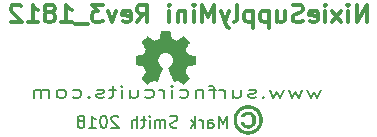
<source format=gbo>
G04 #@! TF.GenerationSoftware,KiCad,Pcbnew,5.1.6-c6e7f7d~87~ubuntu20.04.1*
G04 #@! TF.CreationDate,2021-06-05T20:06:15-07:00*
G04 #@! TF.ProjectId,NixieSupply5vto170vDCMBoostMini,4e697869-6553-4757-9070-6c793576746f,rev?*
G04 #@! TF.SameCoordinates,Original*
G04 #@! TF.FileFunction,Legend,Bot*
G04 #@! TF.FilePolarity,Positive*
%FSLAX46Y46*%
G04 Gerber Fmt 4.6, Leading zero omitted, Abs format (unit mm)*
G04 Created by KiCad (PCBNEW 5.1.6-c6e7f7d~87~ubuntu20.04.1) date 2021-06-05 20:06:15*
%MOMM*%
%LPD*%
G01*
G04 APERTURE LIST*
%ADD10C,0.200000*%
%ADD11C,0.300000*%
%ADD12C,0.002540*%
%ADD13C,0.010000*%
G04 APERTURE END LIST*
D10*
X158622214Y-108465880D02*
X158622214Y-107465880D01*
X158288880Y-108180166D01*
X157955547Y-107465880D01*
X157955547Y-108465880D01*
X157050785Y-108465880D02*
X157050785Y-107942071D01*
X157098404Y-107846833D01*
X157193642Y-107799214D01*
X157384119Y-107799214D01*
X157479357Y-107846833D01*
X157050785Y-108418261D02*
X157146023Y-108465880D01*
X157384119Y-108465880D01*
X157479357Y-108418261D01*
X157526976Y-108323023D01*
X157526976Y-108227785D01*
X157479357Y-108132547D01*
X157384119Y-108084928D01*
X157146023Y-108084928D01*
X157050785Y-108037309D01*
X156574595Y-108465880D02*
X156574595Y-107799214D01*
X156574595Y-107989690D02*
X156526976Y-107894452D01*
X156479357Y-107846833D01*
X156384119Y-107799214D01*
X156288880Y-107799214D01*
X155955547Y-108465880D02*
X155955547Y-107465880D01*
X155860309Y-108084928D02*
X155574595Y-108465880D01*
X155574595Y-107799214D02*
X155955547Y-108180166D01*
X154431738Y-108418261D02*
X154288880Y-108465880D01*
X154050785Y-108465880D01*
X153955547Y-108418261D01*
X153907928Y-108370642D01*
X153860309Y-108275404D01*
X153860309Y-108180166D01*
X153907928Y-108084928D01*
X153955547Y-108037309D01*
X154050785Y-107989690D01*
X154241261Y-107942071D01*
X154336500Y-107894452D01*
X154384119Y-107846833D01*
X154431738Y-107751595D01*
X154431738Y-107656357D01*
X154384119Y-107561119D01*
X154336500Y-107513500D01*
X154241261Y-107465880D01*
X154003166Y-107465880D01*
X153860309Y-107513500D01*
X153431738Y-108465880D02*
X153431738Y-107799214D01*
X153431738Y-107894452D02*
X153384119Y-107846833D01*
X153288880Y-107799214D01*
X153146023Y-107799214D01*
X153050785Y-107846833D01*
X153003166Y-107942071D01*
X153003166Y-108465880D01*
X153003166Y-107942071D02*
X152955547Y-107846833D01*
X152860309Y-107799214D01*
X152717452Y-107799214D01*
X152622214Y-107846833D01*
X152574595Y-107942071D01*
X152574595Y-108465880D01*
X152098404Y-108465880D02*
X152098404Y-107799214D01*
X152098404Y-107465880D02*
X152146023Y-107513500D01*
X152098404Y-107561119D01*
X152050785Y-107513500D01*
X152098404Y-107465880D01*
X152098404Y-107561119D01*
X151765071Y-107799214D02*
X151384119Y-107799214D01*
X151622214Y-107465880D02*
X151622214Y-108323023D01*
X151574595Y-108418261D01*
X151479357Y-108465880D01*
X151384119Y-108465880D01*
X151050785Y-108465880D02*
X151050785Y-107465880D01*
X150622214Y-108465880D02*
X150622214Y-107942071D01*
X150669833Y-107846833D01*
X150765071Y-107799214D01*
X150907928Y-107799214D01*
X151003166Y-107846833D01*
X151050785Y-107894452D01*
X149431738Y-107561119D02*
X149384119Y-107513500D01*
X149288880Y-107465880D01*
X149050785Y-107465880D01*
X148955547Y-107513500D01*
X148907928Y-107561119D01*
X148860309Y-107656357D01*
X148860309Y-107751595D01*
X148907928Y-107894452D01*
X149479357Y-108465880D01*
X148860309Y-108465880D01*
X148241261Y-107465880D02*
X148146023Y-107465880D01*
X148050785Y-107513500D01*
X148003166Y-107561119D01*
X147955547Y-107656357D01*
X147907928Y-107846833D01*
X147907928Y-108084928D01*
X147955547Y-108275404D01*
X148003166Y-108370642D01*
X148050785Y-108418261D01*
X148146023Y-108465880D01*
X148241261Y-108465880D01*
X148336500Y-108418261D01*
X148384119Y-108370642D01*
X148431738Y-108275404D01*
X148479357Y-108084928D01*
X148479357Y-107846833D01*
X148431738Y-107656357D01*
X148384119Y-107561119D01*
X148336500Y-107513500D01*
X148241261Y-107465880D01*
X146955547Y-108465880D02*
X147526976Y-108465880D01*
X147241261Y-108465880D02*
X147241261Y-107465880D01*
X147336500Y-107608738D01*
X147431738Y-107703976D01*
X147526976Y-107751595D01*
X146384119Y-107894452D02*
X146479357Y-107846833D01*
X146526976Y-107799214D01*
X146574595Y-107703976D01*
X146574595Y-107656357D01*
X146526976Y-107561119D01*
X146479357Y-107513500D01*
X146384119Y-107465880D01*
X146193642Y-107465880D01*
X146098404Y-107513500D01*
X146050785Y-107561119D01*
X146003166Y-107656357D01*
X146003166Y-107703976D01*
X146050785Y-107799214D01*
X146098404Y-107846833D01*
X146193642Y-107894452D01*
X146384119Y-107894452D01*
X146479357Y-107942071D01*
X146526976Y-107989690D01*
X146574595Y-108084928D01*
X146574595Y-108275404D01*
X146526976Y-108370642D01*
X146479357Y-108418261D01*
X146384119Y-108465880D01*
X146193642Y-108465880D01*
X146098404Y-108418261D01*
X146050785Y-108370642D01*
X146003166Y-108275404D01*
X146003166Y-108084928D01*
X146050785Y-107989690D01*
X146098404Y-107942071D01*
X146193642Y-107894452D01*
X166582785Y-105259214D02*
X166297071Y-105925880D01*
X166011357Y-105449690D01*
X165725642Y-105925880D01*
X165439928Y-105259214D01*
X165011357Y-105259214D02*
X164725642Y-105925880D01*
X164439928Y-105449690D01*
X164154214Y-105925880D01*
X163868500Y-105259214D01*
X163439928Y-105259214D02*
X163154214Y-105925880D01*
X162868500Y-105449690D01*
X162582785Y-105925880D01*
X162297071Y-105259214D01*
X161725642Y-105830642D02*
X161654214Y-105878261D01*
X161725642Y-105925880D01*
X161797071Y-105878261D01*
X161725642Y-105830642D01*
X161725642Y-105925880D01*
X161082785Y-105878261D02*
X160939928Y-105925880D01*
X160654214Y-105925880D01*
X160511357Y-105878261D01*
X160439928Y-105783023D01*
X160439928Y-105735404D01*
X160511357Y-105640166D01*
X160654214Y-105592547D01*
X160868500Y-105592547D01*
X161011357Y-105544928D01*
X161082785Y-105449690D01*
X161082785Y-105402071D01*
X161011357Y-105306833D01*
X160868500Y-105259214D01*
X160654214Y-105259214D01*
X160511357Y-105306833D01*
X159154214Y-105259214D02*
X159154214Y-105925880D01*
X159797071Y-105259214D02*
X159797071Y-105783023D01*
X159725642Y-105878261D01*
X159582785Y-105925880D01*
X159368500Y-105925880D01*
X159225642Y-105878261D01*
X159154214Y-105830642D01*
X158439928Y-105925880D02*
X158439928Y-105259214D01*
X158439928Y-105449690D02*
X158368500Y-105354452D01*
X158297071Y-105306833D01*
X158154214Y-105259214D01*
X158011357Y-105259214D01*
X157725642Y-105259214D02*
X157154214Y-105259214D01*
X157511357Y-105925880D02*
X157511357Y-105068738D01*
X157439928Y-104973500D01*
X157297071Y-104925880D01*
X157154214Y-104925880D01*
X156654214Y-105259214D02*
X156654214Y-105925880D01*
X156654214Y-105354452D02*
X156582785Y-105306833D01*
X156439928Y-105259214D01*
X156225642Y-105259214D01*
X156082785Y-105306833D01*
X156011357Y-105402071D01*
X156011357Y-105925880D01*
X154654214Y-105878261D02*
X154797071Y-105925880D01*
X155082785Y-105925880D01*
X155225642Y-105878261D01*
X155297071Y-105830642D01*
X155368500Y-105735404D01*
X155368500Y-105449690D01*
X155297071Y-105354452D01*
X155225642Y-105306833D01*
X155082785Y-105259214D01*
X154797071Y-105259214D01*
X154654214Y-105306833D01*
X154011357Y-105925880D02*
X154011357Y-105259214D01*
X154011357Y-104925880D02*
X154082785Y-104973500D01*
X154011357Y-105021119D01*
X153939928Y-104973500D01*
X154011357Y-104925880D01*
X154011357Y-105021119D01*
X153297071Y-105925880D02*
X153297071Y-105259214D01*
X153297071Y-105449690D02*
X153225642Y-105354452D01*
X153154214Y-105306833D01*
X153011357Y-105259214D01*
X152868500Y-105259214D01*
X151725642Y-105878261D02*
X151868500Y-105925880D01*
X152154214Y-105925880D01*
X152297071Y-105878261D01*
X152368500Y-105830642D01*
X152439928Y-105735404D01*
X152439928Y-105449690D01*
X152368500Y-105354452D01*
X152297071Y-105306833D01*
X152154214Y-105259214D01*
X151868500Y-105259214D01*
X151725642Y-105306833D01*
X150439928Y-105259214D02*
X150439928Y-105925880D01*
X151082785Y-105259214D02*
X151082785Y-105783023D01*
X151011357Y-105878261D01*
X150868500Y-105925880D01*
X150654214Y-105925880D01*
X150511357Y-105878261D01*
X150439928Y-105830642D01*
X149725642Y-105925880D02*
X149725642Y-105259214D01*
X149725642Y-104925880D02*
X149797071Y-104973500D01*
X149725642Y-105021119D01*
X149654214Y-104973500D01*
X149725642Y-104925880D01*
X149725642Y-105021119D01*
X149225642Y-105259214D02*
X148654214Y-105259214D01*
X149011357Y-104925880D02*
X149011357Y-105783023D01*
X148939928Y-105878261D01*
X148797071Y-105925880D01*
X148654214Y-105925880D01*
X148225642Y-105878261D02*
X148082785Y-105925880D01*
X147797071Y-105925880D01*
X147654214Y-105878261D01*
X147582785Y-105783023D01*
X147582785Y-105735404D01*
X147654214Y-105640166D01*
X147797071Y-105592547D01*
X148011357Y-105592547D01*
X148154214Y-105544928D01*
X148225642Y-105449690D01*
X148225642Y-105402071D01*
X148154214Y-105306833D01*
X148011357Y-105259214D01*
X147797071Y-105259214D01*
X147654214Y-105306833D01*
X146939928Y-105830642D02*
X146868500Y-105878261D01*
X146939928Y-105925880D01*
X147011357Y-105878261D01*
X146939928Y-105830642D01*
X146939928Y-105925880D01*
X145582785Y-105878261D02*
X145725642Y-105925880D01*
X146011357Y-105925880D01*
X146154214Y-105878261D01*
X146225642Y-105830642D01*
X146297071Y-105735404D01*
X146297071Y-105449690D01*
X146225642Y-105354452D01*
X146154214Y-105306833D01*
X146011357Y-105259214D01*
X145725642Y-105259214D01*
X145582785Y-105306833D01*
X144725642Y-105925880D02*
X144868500Y-105878261D01*
X144939928Y-105830642D01*
X145011357Y-105735404D01*
X145011357Y-105449690D01*
X144939928Y-105354452D01*
X144868500Y-105306833D01*
X144725642Y-105259214D01*
X144511357Y-105259214D01*
X144368500Y-105306833D01*
X144297071Y-105354452D01*
X144225642Y-105449690D01*
X144225642Y-105735404D01*
X144297071Y-105830642D01*
X144368500Y-105878261D01*
X144511357Y-105925880D01*
X144725642Y-105925880D01*
X143582785Y-105925880D02*
X143582785Y-105259214D01*
X143582785Y-105354452D02*
X143511357Y-105306833D01*
X143368500Y-105259214D01*
X143154214Y-105259214D01*
X143011357Y-105306833D01*
X142939928Y-105402071D01*
X142939928Y-105925880D01*
X142939928Y-105402071D02*
X142868500Y-105306833D01*
X142725642Y-105259214D01*
X142511357Y-105259214D01*
X142368500Y-105306833D01*
X142297071Y-105402071D01*
X142297071Y-105925880D01*
D11*
X170483714Y-99548071D02*
X170483714Y-98048071D01*
X169626571Y-99548071D01*
X169626571Y-98048071D01*
X168912285Y-99548071D02*
X168912285Y-98548071D01*
X168912285Y-98048071D02*
X168983714Y-98119500D01*
X168912285Y-98190928D01*
X168840857Y-98119500D01*
X168912285Y-98048071D01*
X168912285Y-98190928D01*
X168340857Y-99548071D02*
X167555142Y-98548071D01*
X168340857Y-98548071D02*
X167555142Y-99548071D01*
X166983714Y-99548071D02*
X166983714Y-98548071D01*
X166983714Y-98048071D02*
X167055142Y-98119500D01*
X166983714Y-98190928D01*
X166912285Y-98119500D01*
X166983714Y-98048071D01*
X166983714Y-98190928D01*
X165698000Y-99476642D02*
X165840857Y-99548071D01*
X166126571Y-99548071D01*
X166269428Y-99476642D01*
X166340857Y-99333785D01*
X166340857Y-98762357D01*
X166269428Y-98619500D01*
X166126571Y-98548071D01*
X165840857Y-98548071D01*
X165698000Y-98619500D01*
X165626571Y-98762357D01*
X165626571Y-98905214D01*
X166340857Y-99048071D01*
X165055142Y-99476642D02*
X164840857Y-99548071D01*
X164483714Y-99548071D01*
X164340857Y-99476642D01*
X164269428Y-99405214D01*
X164198000Y-99262357D01*
X164198000Y-99119500D01*
X164269428Y-98976642D01*
X164340857Y-98905214D01*
X164483714Y-98833785D01*
X164769428Y-98762357D01*
X164912285Y-98690928D01*
X164983714Y-98619500D01*
X165055142Y-98476642D01*
X165055142Y-98333785D01*
X164983714Y-98190928D01*
X164912285Y-98119500D01*
X164769428Y-98048071D01*
X164412285Y-98048071D01*
X164198000Y-98119500D01*
X162912285Y-98548071D02*
X162912285Y-99548071D01*
X163555142Y-98548071D02*
X163555142Y-99333785D01*
X163483714Y-99476642D01*
X163340857Y-99548071D01*
X163126571Y-99548071D01*
X162983714Y-99476642D01*
X162912285Y-99405214D01*
X162198000Y-98548071D02*
X162198000Y-100048071D01*
X162198000Y-98619500D02*
X162055142Y-98548071D01*
X161769428Y-98548071D01*
X161626571Y-98619500D01*
X161555142Y-98690928D01*
X161483714Y-98833785D01*
X161483714Y-99262357D01*
X161555142Y-99405214D01*
X161626571Y-99476642D01*
X161769428Y-99548071D01*
X162055142Y-99548071D01*
X162198000Y-99476642D01*
X160840857Y-98548071D02*
X160840857Y-100048071D01*
X160840857Y-98619500D02*
X160698000Y-98548071D01*
X160412285Y-98548071D01*
X160269428Y-98619500D01*
X160198000Y-98690928D01*
X160126571Y-98833785D01*
X160126571Y-99262357D01*
X160198000Y-99405214D01*
X160269428Y-99476642D01*
X160412285Y-99548071D01*
X160698000Y-99548071D01*
X160840857Y-99476642D01*
X159269428Y-99548071D02*
X159412285Y-99476642D01*
X159483714Y-99333785D01*
X159483714Y-98048071D01*
X158840857Y-98548071D02*
X158483714Y-99548071D01*
X158126571Y-98548071D02*
X158483714Y-99548071D01*
X158626571Y-99905214D01*
X158698000Y-99976642D01*
X158840857Y-100048071D01*
X157555142Y-99548071D02*
X157555142Y-98048071D01*
X157055142Y-99119500D01*
X156555142Y-98048071D01*
X156555142Y-99548071D01*
X155840857Y-99548071D02*
X155840857Y-98548071D01*
X155840857Y-98048071D02*
X155912285Y-98119500D01*
X155840857Y-98190928D01*
X155769428Y-98119500D01*
X155840857Y-98048071D01*
X155840857Y-98190928D01*
X155126571Y-98548071D02*
X155126571Y-99548071D01*
X155126571Y-98690928D02*
X155055142Y-98619500D01*
X154912285Y-98548071D01*
X154698000Y-98548071D01*
X154555142Y-98619500D01*
X154483714Y-98762357D01*
X154483714Y-99548071D01*
X153769428Y-99548071D02*
X153769428Y-98548071D01*
X153769428Y-98048071D02*
X153840857Y-98119500D01*
X153769428Y-98190928D01*
X153698000Y-98119500D01*
X153769428Y-98048071D01*
X153769428Y-98190928D01*
X151055142Y-99548071D02*
X151555142Y-98833785D01*
X151912285Y-99548071D02*
X151912285Y-98048071D01*
X151340857Y-98048071D01*
X151198000Y-98119500D01*
X151126571Y-98190928D01*
X151055142Y-98333785D01*
X151055142Y-98548071D01*
X151126571Y-98690928D01*
X151198000Y-98762357D01*
X151340857Y-98833785D01*
X151912285Y-98833785D01*
X149840857Y-99476642D02*
X149983714Y-99548071D01*
X150269428Y-99548071D01*
X150412285Y-99476642D01*
X150483714Y-99333785D01*
X150483714Y-98762357D01*
X150412285Y-98619500D01*
X150269428Y-98548071D01*
X149983714Y-98548071D01*
X149840857Y-98619500D01*
X149769428Y-98762357D01*
X149769428Y-98905214D01*
X150483714Y-99048071D01*
X149269428Y-98548071D02*
X148912285Y-99548071D01*
X148555142Y-98548071D01*
X148126571Y-98048071D02*
X147198000Y-98048071D01*
X147698000Y-98619500D01*
X147483714Y-98619500D01*
X147340857Y-98690928D01*
X147269428Y-98762357D01*
X147198000Y-98905214D01*
X147198000Y-99262357D01*
X147269428Y-99405214D01*
X147340857Y-99476642D01*
X147483714Y-99548071D01*
X147912285Y-99548071D01*
X148055142Y-99476642D01*
X148126571Y-99405214D01*
X146912285Y-99690928D02*
X145769428Y-99690928D01*
X144626571Y-99548071D02*
X145483714Y-99548071D01*
X145055142Y-99548071D02*
X145055142Y-98048071D01*
X145198000Y-98262357D01*
X145340857Y-98405214D01*
X145483714Y-98476642D01*
X143769428Y-98690928D02*
X143912285Y-98619500D01*
X143983714Y-98548071D01*
X144055142Y-98405214D01*
X144055142Y-98333785D01*
X143983714Y-98190928D01*
X143912285Y-98119500D01*
X143769428Y-98048071D01*
X143483714Y-98048071D01*
X143340857Y-98119500D01*
X143269428Y-98190928D01*
X143198000Y-98333785D01*
X143198000Y-98405214D01*
X143269428Y-98548071D01*
X143340857Y-98619500D01*
X143483714Y-98690928D01*
X143769428Y-98690928D01*
X143912285Y-98762357D01*
X143983714Y-98833785D01*
X144055142Y-98976642D01*
X144055142Y-99262357D01*
X143983714Y-99405214D01*
X143912285Y-99476642D01*
X143769428Y-99548071D01*
X143483714Y-99548071D01*
X143340857Y-99476642D01*
X143269428Y-99405214D01*
X143198000Y-99262357D01*
X143198000Y-98976642D01*
X143269428Y-98833785D01*
X143340857Y-98762357D01*
X143483714Y-98690928D01*
X141769428Y-99548071D02*
X142626571Y-99548071D01*
X142198000Y-99548071D02*
X142198000Y-98048071D01*
X142340857Y-98262357D01*
X142483714Y-98405214D01*
X142626571Y-98476642D01*
X141198000Y-98190928D02*
X141126571Y-98119500D01*
X140983714Y-98048071D01*
X140626571Y-98048071D01*
X140483714Y-98119500D01*
X140412285Y-98190928D01*
X140340857Y-98333785D01*
X140340857Y-98476642D01*
X140412285Y-98690928D01*
X141269428Y-99548071D01*
X140340857Y-99548071D01*
D12*
G04 #@! TO.C,G\u002A\u002A\u002A*
G36*
X154929840Y-104734360D02*
G01*
X154904440Y-104719120D01*
X154846020Y-104683560D01*
X154762200Y-104627680D01*
X154663140Y-104561640D01*
X154564080Y-104495600D01*
X154482800Y-104442260D01*
X154426920Y-104404160D01*
X154401520Y-104391460D01*
X154388820Y-104396540D01*
X154343100Y-104419400D01*
X154274520Y-104454960D01*
X154233880Y-104475280D01*
X154172920Y-104500680D01*
X154139900Y-104508300D01*
X154134820Y-104498140D01*
X154111960Y-104449880D01*
X154076400Y-104368600D01*
X154030680Y-104259380D01*
X153974800Y-104132380D01*
X153918920Y-103997760D01*
X153860500Y-103858060D01*
X153804620Y-103723440D01*
X153756360Y-103604060D01*
X153715720Y-103507540D01*
X153690320Y-103438960D01*
X153680160Y-103411020D01*
X153682700Y-103403400D01*
X153715720Y-103372920D01*
X153769060Y-103332280D01*
X153888440Y-103235760D01*
X154005280Y-103090980D01*
X154076400Y-102925880D01*
X154099260Y-102740460D01*
X154078940Y-102570280D01*
X154012900Y-102407720D01*
X153898600Y-102260400D01*
X153758900Y-102151180D01*
X153596340Y-102082600D01*
X153416000Y-102059740D01*
X153243280Y-102080060D01*
X153075640Y-102146100D01*
X152928320Y-102257860D01*
X152864820Y-102328980D01*
X152778460Y-102478840D01*
X152730200Y-102636320D01*
X152725120Y-102676960D01*
X152732740Y-102852220D01*
X152783540Y-103022400D01*
X152877520Y-103172260D01*
X153007060Y-103296720D01*
X153022300Y-103306880D01*
X153080720Y-103352600D01*
X153121360Y-103383080D01*
X153151840Y-103408480D01*
X152928320Y-103946960D01*
X152892760Y-104030780D01*
X152831800Y-104178100D01*
X152778460Y-104305100D01*
X152735280Y-104406700D01*
X152704800Y-104472740D01*
X152692100Y-104500680D01*
X152692100Y-104503220D01*
X152671780Y-104505760D01*
X152631140Y-104490520D01*
X152554940Y-104454960D01*
X152506680Y-104429560D01*
X152448260Y-104401620D01*
X152422860Y-104391460D01*
X152400000Y-104404160D01*
X152346660Y-104439720D01*
X152265380Y-104493060D01*
X152168860Y-104556560D01*
X152077420Y-104620060D01*
X151993600Y-104675940D01*
X151932640Y-104714040D01*
X151902160Y-104731820D01*
X151897080Y-104731820D01*
X151871680Y-104716580D01*
X151823420Y-104675940D01*
X151749760Y-104607360D01*
X151645620Y-104503220D01*
X151630380Y-104487980D01*
X151544020Y-104401620D01*
X151475440Y-104327960D01*
X151429720Y-104277160D01*
X151411940Y-104254300D01*
X151427180Y-104223820D01*
X151465280Y-104162860D01*
X151521160Y-104076500D01*
X151589740Y-103977440D01*
X151767540Y-103718360D01*
X151671020Y-103474520D01*
X151640540Y-103398320D01*
X151602440Y-103309420D01*
X151574500Y-103243380D01*
X151559260Y-103215440D01*
X151533860Y-103205280D01*
X151465280Y-103190040D01*
X151368760Y-103169720D01*
X151254460Y-103149400D01*
X151142700Y-103129080D01*
X151043640Y-103108760D01*
X150972520Y-103096060D01*
X150939500Y-103088440D01*
X150931880Y-103083360D01*
X150924260Y-103068120D01*
X150921720Y-103035100D01*
X150919180Y-102974140D01*
X150916640Y-102880160D01*
X150916640Y-102740460D01*
X150916640Y-102725220D01*
X150919180Y-102595680D01*
X150921720Y-102489000D01*
X150924260Y-102422960D01*
X150929340Y-102395020D01*
X150959820Y-102387400D01*
X151030940Y-102372160D01*
X151130000Y-102354380D01*
X151249380Y-102331520D01*
X151257000Y-102328980D01*
X151373840Y-102306120D01*
X151472900Y-102285800D01*
X151544020Y-102270560D01*
X151571960Y-102260400D01*
X151579580Y-102252780D01*
X151602440Y-102207060D01*
X151635460Y-102133400D01*
X151676100Y-102044500D01*
X151714200Y-101950520D01*
X151747220Y-101866700D01*
X151770080Y-101805740D01*
X151777700Y-101777800D01*
X151775160Y-101775260D01*
X151757380Y-101747320D01*
X151716740Y-101686360D01*
X151660860Y-101602540D01*
X151592280Y-101500940D01*
X151587200Y-101493320D01*
X151518620Y-101394260D01*
X151462740Y-101307900D01*
X151427180Y-101249480D01*
X151411940Y-101221540D01*
X151411940Y-101219000D01*
X151434800Y-101188520D01*
X151485600Y-101132640D01*
X151559260Y-101056440D01*
X151645620Y-100967540D01*
X151673560Y-100942140D01*
X151772620Y-100845620D01*
X151838660Y-100784660D01*
X151881840Y-100751640D01*
X151902160Y-100744020D01*
X151932640Y-100761800D01*
X151996140Y-100802440D01*
X152079960Y-100860860D01*
X152181560Y-100929440D01*
X152189180Y-100934520D01*
X152288240Y-101003100D01*
X152372060Y-101058980D01*
X152430480Y-101099620D01*
X152458420Y-101114860D01*
X152460960Y-101114860D01*
X152501600Y-101102160D01*
X152572720Y-101076760D01*
X152661620Y-101043740D01*
X152753060Y-101005640D01*
X152836880Y-100970080D01*
X152900380Y-100942140D01*
X152930860Y-100924360D01*
X152941020Y-100888800D01*
X152958800Y-100812600D01*
X152979120Y-100711000D01*
X153004520Y-100589080D01*
X153007060Y-100568760D01*
X153029920Y-100449380D01*
X153047700Y-100350320D01*
X153062940Y-100281740D01*
X153070560Y-100253800D01*
X153085800Y-100251260D01*
X153144220Y-100246180D01*
X153233120Y-100243640D01*
X153342340Y-100243640D01*
X153454100Y-100243640D01*
X153563320Y-100246180D01*
X153657300Y-100248720D01*
X153725880Y-100253800D01*
X153753820Y-100258880D01*
X153753820Y-100261420D01*
X153763980Y-100299520D01*
X153781760Y-100373180D01*
X153802080Y-100477320D01*
X153824940Y-100599240D01*
X153830020Y-100622100D01*
X153852880Y-100738940D01*
X153873200Y-100838000D01*
X153885900Y-100904040D01*
X153893520Y-100931980D01*
X153906220Y-100937060D01*
X153954480Y-100957380D01*
X154033220Y-100990400D01*
X154132280Y-101031040D01*
X154360880Y-101122480D01*
X154642820Y-100931980D01*
X154668220Y-100914200D01*
X154769820Y-100845620D01*
X154851100Y-100789740D01*
X154909520Y-100751640D01*
X154932380Y-100738940D01*
X154934920Y-100738940D01*
X154962860Y-100764340D01*
X155018740Y-100817680D01*
X155094940Y-100891340D01*
X155183840Y-100977700D01*
X155247340Y-101043740D01*
X155326080Y-101122480D01*
X155374340Y-101175820D01*
X155402280Y-101208840D01*
X155409900Y-101229160D01*
X155407360Y-101244400D01*
X155389580Y-101272340D01*
X155348940Y-101333300D01*
X155290520Y-101419660D01*
X155221940Y-101518720D01*
X155166060Y-101602540D01*
X155105100Y-101696520D01*
X155067000Y-101762560D01*
X155051760Y-101795580D01*
X155056840Y-101808280D01*
X155074620Y-101864160D01*
X155110180Y-101947980D01*
X155150820Y-102047040D01*
X155249880Y-102268020D01*
X155394660Y-102295960D01*
X155483560Y-102313740D01*
X155605480Y-102336600D01*
X155724860Y-102359460D01*
X155907740Y-102395020D01*
X155915360Y-103070660D01*
X155887420Y-103083360D01*
X155859480Y-103090980D01*
X155790900Y-103106220D01*
X155694380Y-103126540D01*
X155577540Y-103146860D01*
X155481020Y-103164640D01*
X155381960Y-103184960D01*
X155310840Y-103197660D01*
X155280360Y-103205280D01*
X155270200Y-103215440D01*
X155247340Y-103263700D01*
X155211780Y-103339900D01*
X155171140Y-103431340D01*
X155133040Y-103525320D01*
X155097480Y-103614220D01*
X155074620Y-103680260D01*
X155064460Y-103713280D01*
X155077160Y-103741220D01*
X155115260Y-103799640D01*
X155168600Y-103880920D01*
X155237180Y-103979980D01*
X155303220Y-104076500D01*
X155361640Y-104160320D01*
X155399740Y-104221280D01*
X155417520Y-104249220D01*
X155407360Y-104267000D01*
X155369260Y-104315260D01*
X155295600Y-104391460D01*
X155183840Y-104500680D01*
X155166060Y-104518460D01*
X155079700Y-104602280D01*
X155006040Y-104670860D01*
X154952700Y-104716580D01*
X154929840Y-104734360D01*
G37*
X154929840Y-104734360D02*
X154904440Y-104719120D01*
X154846020Y-104683560D01*
X154762200Y-104627680D01*
X154663140Y-104561640D01*
X154564080Y-104495600D01*
X154482800Y-104442260D01*
X154426920Y-104404160D01*
X154401520Y-104391460D01*
X154388820Y-104396540D01*
X154343100Y-104419400D01*
X154274520Y-104454960D01*
X154233880Y-104475280D01*
X154172920Y-104500680D01*
X154139900Y-104508300D01*
X154134820Y-104498140D01*
X154111960Y-104449880D01*
X154076400Y-104368600D01*
X154030680Y-104259380D01*
X153974800Y-104132380D01*
X153918920Y-103997760D01*
X153860500Y-103858060D01*
X153804620Y-103723440D01*
X153756360Y-103604060D01*
X153715720Y-103507540D01*
X153690320Y-103438960D01*
X153680160Y-103411020D01*
X153682700Y-103403400D01*
X153715720Y-103372920D01*
X153769060Y-103332280D01*
X153888440Y-103235760D01*
X154005280Y-103090980D01*
X154076400Y-102925880D01*
X154099260Y-102740460D01*
X154078940Y-102570280D01*
X154012900Y-102407720D01*
X153898600Y-102260400D01*
X153758900Y-102151180D01*
X153596340Y-102082600D01*
X153416000Y-102059740D01*
X153243280Y-102080060D01*
X153075640Y-102146100D01*
X152928320Y-102257860D01*
X152864820Y-102328980D01*
X152778460Y-102478840D01*
X152730200Y-102636320D01*
X152725120Y-102676960D01*
X152732740Y-102852220D01*
X152783540Y-103022400D01*
X152877520Y-103172260D01*
X153007060Y-103296720D01*
X153022300Y-103306880D01*
X153080720Y-103352600D01*
X153121360Y-103383080D01*
X153151840Y-103408480D01*
X152928320Y-103946960D01*
X152892760Y-104030780D01*
X152831800Y-104178100D01*
X152778460Y-104305100D01*
X152735280Y-104406700D01*
X152704800Y-104472740D01*
X152692100Y-104500680D01*
X152692100Y-104503220D01*
X152671780Y-104505760D01*
X152631140Y-104490520D01*
X152554940Y-104454960D01*
X152506680Y-104429560D01*
X152448260Y-104401620D01*
X152422860Y-104391460D01*
X152400000Y-104404160D01*
X152346660Y-104439720D01*
X152265380Y-104493060D01*
X152168860Y-104556560D01*
X152077420Y-104620060D01*
X151993600Y-104675940D01*
X151932640Y-104714040D01*
X151902160Y-104731820D01*
X151897080Y-104731820D01*
X151871680Y-104716580D01*
X151823420Y-104675940D01*
X151749760Y-104607360D01*
X151645620Y-104503220D01*
X151630380Y-104487980D01*
X151544020Y-104401620D01*
X151475440Y-104327960D01*
X151429720Y-104277160D01*
X151411940Y-104254300D01*
X151427180Y-104223820D01*
X151465280Y-104162860D01*
X151521160Y-104076500D01*
X151589740Y-103977440D01*
X151767540Y-103718360D01*
X151671020Y-103474520D01*
X151640540Y-103398320D01*
X151602440Y-103309420D01*
X151574500Y-103243380D01*
X151559260Y-103215440D01*
X151533860Y-103205280D01*
X151465280Y-103190040D01*
X151368760Y-103169720D01*
X151254460Y-103149400D01*
X151142700Y-103129080D01*
X151043640Y-103108760D01*
X150972520Y-103096060D01*
X150939500Y-103088440D01*
X150931880Y-103083360D01*
X150924260Y-103068120D01*
X150921720Y-103035100D01*
X150919180Y-102974140D01*
X150916640Y-102880160D01*
X150916640Y-102740460D01*
X150916640Y-102725220D01*
X150919180Y-102595680D01*
X150921720Y-102489000D01*
X150924260Y-102422960D01*
X150929340Y-102395020D01*
X150959820Y-102387400D01*
X151030940Y-102372160D01*
X151130000Y-102354380D01*
X151249380Y-102331520D01*
X151257000Y-102328980D01*
X151373840Y-102306120D01*
X151472900Y-102285800D01*
X151544020Y-102270560D01*
X151571960Y-102260400D01*
X151579580Y-102252780D01*
X151602440Y-102207060D01*
X151635460Y-102133400D01*
X151676100Y-102044500D01*
X151714200Y-101950520D01*
X151747220Y-101866700D01*
X151770080Y-101805740D01*
X151777700Y-101777800D01*
X151775160Y-101775260D01*
X151757380Y-101747320D01*
X151716740Y-101686360D01*
X151660860Y-101602540D01*
X151592280Y-101500940D01*
X151587200Y-101493320D01*
X151518620Y-101394260D01*
X151462740Y-101307900D01*
X151427180Y-101249480D01*
X151411940Y-101221540D01*
X151411940Y-101219000D01*
X151434800Y-101188520D01*
X151485600Y-101132640D01*
X151559260Y-101056440D01*
X151645620Y-100967540D01*
X151673560Y-100942140D01*
X151772620Y-100845620D01*
X151838660Y-100784660D01*
X151881840Y-100751640D01*
X151902160Y-100744020D01*
X151932640Y-100761800D01*
X151996140Y-100802440D01*
X152079960Y-100860860D01*
X152181560Y-100929440D01*
X152189180Y-100934520D01*
X152288240Y-101003100D01*
X152372060Y-101058980D01*
X152430480Y-101099620D01*
X152458420Y-101114860D01*
X152460960Y-101114860D01*
X152501600Y-101102160D01*
X152572720Y-101076760D01*
X152661620Y-101043740D01*
X152753060Y-101005640D01*
X152836880Y-100970080D01*
X152900380Y-100942140D01*
X152930860Y-100924360D01*
X152941020Y-100888800D01*
X152958800Y-100812600D01*
X152979120Y-100711000D01*
X153004520Y-100589080D01*
X153007060Y-100568760D01*
X153029920Y-100449380D01*
X153047700Y-100350320D01*
X153062940Y-100281740D01*
X153070560Y-100253800D01*
X153085800Y-100251260D01*
X153144220Y-100246180D01*
X153233120Y-100243640D01*
X153342340Y-100243640D01*
X153454100Y-100243640D01*
X153563320Y-100246180D01*
X153657300Y-100248720D01*
X153725880Y-100253800D01*
X153753820Y-100258880D01*
X153753820Y-100261420D01*
X153763980Y-100299520D01*
X153781760Y-100373180D01*
X153802080Y-100477320D01*
X153824940Y-100599240D01*
X153830020Y-100622100D01*
X153852880Y-100738940D01*
X153873200Y-100838000D01*
X153885900Y-100904040D01*
X153893520Y-100931980D01*
X153906220Y-100937060D01*
X153954480Y-100957380D01*
X154033220Y-100990400D01*
X154132280Y-101031040D01*
X154360880Y-101122480D01*
X154642820Y-100931980D01*
X154668220Y-100914200D01*
X154769820Y-100845620D01*
X154851100Y-100789740D01*
X154909520Y-100751640D01*
X154932380Y-100738940D01*
X154934920Y-100738940D01*
X154962860Y-100764340D01*
X155018740Y-100817680D01*
X155094940Y-100891340D01*
X155183840Y-100977700D01*
X155247340Y-101043740D01*
X155326080Y-101122480D01*
X155374340Y-101175820D01*
X155402280Y-101208840D01*
X155409900Y-101229160D01*
X155407360Y-101244400D01*
X155389580Y-101272340D01*
X155348940Y-101333300D01*
X155290520Y-101419660D01*
X155221940Y-101518720D01*
X155166060Y-101602540D01*
X155105100Y-101696520D01*
X155067000Y-101762560D01*
X155051760Y-101795580D01*
X155056840Y-101808280D01*
X155074620Y-101864160D01*
X155110180Y-101947980D01*
X155150820Y-102047040D01*
X155249880Y-102268020D01*
X155394660Y-102295960D01*
X155483560Y-102313740D01*
X155605480Y-102336600D01*
X155724860Y-102359460D01*
X155907740Y-102395020D01*
X155915360Y-103070660D01*
X155887420Y-103083360D01*
X155859480Y-103090980D01*
X155790900Y-103106220D01*
X155694380Y-103126540D01*
X155577540Y-103146860D01*
X155481020Y-103164640D01*
X155381960Y-103184960D01*
X155310840Y-103197660D01*
X155280360Y-103205280D01*
X155270200Y-103215440D01*
X155247340Y-103263700D01*
X155211780Y-103339900D01*
X155171140Y-103431340D01*
X155133040Y-103525320D01*
X155097480Y-103614220D01*
X155074620Y-103680260D01*
X155064460Y-103713280D01*
X155077160Y-103741220D01*
X155115260Y-103799640D01*
X155168600Y-103880920D01*
X155237180Y-103979980D01*
X155303220Y-104076500D01*
X155361640Y-104160320D01*
X155399740Y-104221280D01*
X155417520Y-104249220D01*
X155407360Y-104267000D01*
X155369260Y-104315260D01*
X155295600Y-104391460D01*
X155183840Y-104500680D01*
X155166060Y-104518460D01*
X155079700Y-104602280D01*
X155006040Y-104670860D01*
X154952700Y-104716580D01*
X154929840Y-104734360D01*
D13*
G36*
X160346583Y-106582083D02*
G01*
X160273366Y-106584580D01*
X160206919Y-106589378D01*
X160151170Y-106596501D01*
X160131714Y-106600229D01*
X160099100Y-106609099D01*
X160055646Y-106623393D01*
X160005895Y-106641460D01*
X159954391Y-106661651D01*
X159905700Y-106682306D01*
X159870805Y-106698814D01*
X159830419Y-106719489D01*
X159788181Y-106742286D01*
X159747733Y-106765162D01*
X159712715Y-106786073D01*
X159686769Y-106802975D01*
X159676116Y-106811180D01*
X159664875Y-106820962D01*
X159645348Y-106837653D01*
X159626577Y-106853567D01*
X159535911Y-106940192D01*
X159452820Y-107039696D01*
X159379782Y-107148811D01*
X159325544Y-107250712D01*
X159278116Y-107361547D01*
X159243581Y-107466220D01*
X159221030Y-107568377D01*
X159209553Y-107671664D01*
X159207711Y-107722548D01*
X159206815Y-107763096D01*
X159205417Y-107797951D01*
X159203711Y-107823327D01*
X159201946Y-107835307D01*
X159202011Y-107848077D01*
X159204572Y-107851010D01*
X159208436Y-107861297D01*
X159210397Y-107882597D01*
X159210407Y-107896316D01*
X159211318Y-107922572D01*
X159214948Y-107942330D01*
X159217420Y-107947513D01*
X159222337Y-107960464D01*
X159221274Y-107964710D01*
X159220212Y-107978241D01*
X159224039Y-108004466D01*
X159231963Y-108040127D01*
X159243196Y-108081964D01*
X159256947Y-108126718D01*
X159269091Y-108162047D01*
X159308984Y-108259802D01*
X159357974Y-108359865D01*
X159411935Y-108453962D01*
X159424436Y-108473614D01*
X159465780Y-108529838D01*
X159518197Y-108589758D01*
X159577652Y-108649418D01*
X159640114Y-108704863D01*
X159701547Y-108752136D01*
X159723536Y-108766974D01*
X159781381Y-108801629D01*
X159847786Y-108837059D01*
X159917242Y-108870610D01*
X159984240Y-108899626D01*
X160043269Y-108921451D01*
X160045400Y-108922141D01*
X160151446Y-108949439D01*
X160266291Y-108966801D01*
X160384787Y-108973896D01*
X160501784Y-108970388D01*
X160600372Y-108958097D01*
X160690612Y-108937292D01*
X160789563Y-108905473D01*
X160894068Y-108863703D01*
X160935699Y-108844923D01*
X161025965Y-108798108D01*
X161105587Y-108745873D01*
X161179933Y-108684915D01*
X161205526Y-108661840D01*
X161226513Y-108642928D01*
X161239560Y-108631182D01*
X161241776Y-108629193D01*
X161283815Y-108586505D01*
X161328960Y-108531852D01*
X161374460Y-108469158D01*
X161417564Y-108402344D01*
X161455521Y-108335335D01*
X161474086Y-108297941D01*
X161498202Y-108244920D01*
X161516811Y-108199816D01*
X161531626Y-108157360D01*
X161544363Y-108112284D01*
X161556736Y-108059321D01*
X161565835Y-108016018D01*
X161575649Y-107964893D01*
X161582281Y-107920883D01*
X161586299Y-107877960D01*
X161587996Y-107836715D01*
X161390384Y-107836715D01*
X161388649Y-107872038D01*
X161384615Y-107906777D01*
X161377889Y-107946368D01*
X161371419Y-107979634D01*
X161360558Y-108032622D01*
X161351138Y-108073515D01*
X161341632Y-108106889D01*
X161330512Y-108137321D01*
X161316250Y-108169387D01*
X161297320Y-108207663D01*
X161291495Y-108219099D01*
X161250726Y-108294351D01*
X161210616Y-108357962D01*
X161167736Y-108414721D01*
X161118656Y-108469421D01*
X161095800Y-108492508D01*
X160999213Y-108575967D01*
X160892048Y-108646548D01*
X160775330Y-108703713D01*
X160650079Y-108746920D01*
X160583033Y-108763453D01*
X160518993Y-108773284D01*
X160444799Y-108778307D01*
X160366531Y-108778527D01*
X160290269Y-108773949D01*
X160222094Y-108764579D01*
X160214733Y-108763130D01*
X160165181Y-108752416D01*
X160121979Y-108741400D01*
X160082018Y-108728795D01*
X160042183Y-108713315D01*
X159999365Y-108693675D01*
X159950451Y-108668588D01*
X159892330Y-108636767D01*
X159846433Y-108610895D01*
X159777134Y-108563679D01*
X159708666Y-108502188D01*
X159642988Y-108429044D01*
X159582063Y-108346869D01*
X159527850Y-108258282D01*
X159482310Y-108165906D01*
X159450213Y-108081234D01*
X159429751Y-108012478D01*
X159415845Y-107951082D01*
X159407697Y-107891104D01*
X159404506Y-107826600D01*
X159405476Y-107751626D01*
X159405566Y-107749004D01*
X159407809Y-107700019D01*
X159410913Y-107652980D01*
X159414515Y-107612422D01*
X159418250Y-107582877D01*
X159419363Y-107576741D01*
X159444630Y-107482687D01*
X159481665Y-107385599D01*
X159528289Y-107289584D01*
X159582323Y-107198746D01*
X159641588Y-107117193D01*
X159694619Y-107058069D01*
X159754118Y-107005626D01*
X159825608Y-106953477D01*
X159904486Y-106904308D01*
X159986149Y-106860804D01*
X160065993Y-106825650D01*
X160130066Y-106804041D01*
X160187841Y-106791355D01*
X160256353Y-106781715D01*
X160330421Y-106775408D01*
X160404864Y-106772718D01*
X160474501Y-106773932D01*
X160534153Y-106779335D01*
X160545495Y-106781127D01*
X160577986Y-106786464D01*
X160608845Y-106791039D01*
X160621133Y-106792639D01*
X160659966Y-106800972D01*
X160709409Y-106817270D01*
X160766041Y-106840021D01*
X160826443Y-106867709D01*
X160887192Y-106898822D01*
X160944868Y-106931845D01*
X160967026Y-106945709D01*
X161051508Y-107009443D01*
X161130198Y-107087162D01*
X161201447Y-107176433D01*
X161263608Y-107274822D01*
X161315032Y-107379897D01*
X161354072Y-107489225D01*
X161366216Y-107535134D01*
X161372747Y-107563458D01*
X161377525Y-107587344D01*
X161380971Y-107610702D01*
X161383504Y-107637441D01*
X161385546Y-107671473D01*
X161387518Y-107716707D01*
X161388525Y-107742567D01*
X161390211Y-107795371D01*
X161390384Y-107836715D01*
X161587996Y-107836715D01*
X161588269Y-107830098D01*
X161588758Y-107772200D01*
X161587022Y-107688679D01*
X161581995Y-107620042D01*
X161575009Y-107573234D01*
X161568052Y-107538232D01*
X161562025Y-107507063D01*
X161558049Y-107485538D01*
X161557608Y-107482960D01*
X161551013Y-107458410D01*
X161544397Y-107442743D01*
X161538616Y-107429277D01*
X161538964Y-107425067D01*
X161539153Y-107417890D01*
X161533910Y-107398716D01*
X161524538Y-107371085D01*
X161512343Y-107338535D01*
X161498630Y-107304606D01*
X161484704Y-107272836D01*
X161476515Y-107255734D01*
X161407319Y-107131966D01*
X161330205Y-107022088D01*
X161243521Y-106924256D01*
X161145616Y-106836630D01*
X161034840Y-106757368D01*
X161023099Y-106749899D01*
X160973142Y-106721479D01*
X160912196Y-106691477D01*
X160845582Y-106662143D01*
X160778623Y-106635730D01*
X160716640Y-106614490D01*
X160676759Y-106603343D01*
X160628603Y-106594667D01*
X160567579Y-106588180D01*
X160497617Y-106583906D01*
X160422642Y-106581866D01*
X160346583Y-106582083D01*
G37*
X160346583Y-106582083D02*
X160273366Y-106584580D01*
X160206919Y-106589378D01*
X160151170Y-106596501D01*
X160131714Y-106600229D01*
X160099100Y-106609099D01*
X160055646Y-106623393D01*
X160005895Y-106641460D01*
X159954391Y-106661651D01*
X159905700Y-106682306D01*
X159870805Y-106698814D01*
X159830419Y-106719489D01*
X159788181Y-106742286D01*
X159747733Y-106765162D01*
X159712715Y-106786073D01*
X159686769Y-106802975D01*
X159676116Y-106811180D01*
X159664875Y-106820962D01*
X159645348Y-106837653D01*
X159626577Y-106853567D01*
X159535911Y-106940192D01*
X159452820Y-107039696D01*
X159379782Y-107148811D01*
X159325544Y-107250712D01*
X159278116Y-107361547D01*
X159243581Y-107466220D01*
X159221030Y-107568377D01*
X159209553Y-107671664D01*
X159207711Y-107722548D01*
X159206815Y-107763096D01*
X159205417Y-107797951D01*
X159203711Y-107823327D01*
X159201946Y-107835307D01*
X159202011Y-107848077D01*
X159204572Y-107851010D01*
X159208436Y-107861297D01*
X159210397Y-107882597D01*
X159210407Y-107896316D01*
X159211318Y-107922572D01*
X159214948Y-107942330D01*
X159217420Y-107947513D01*
X159222337Y-107960464D01*
X159221274Y-107964710D01*
X159220212Y-107978241D01*
X159224039Y-108004466D01*
X159231963Y-108040127D01*
X159243196Y-108081964D01*
X159256947Y-108126718D01*
X159269091Y-108162047D01*
X159308984Y-108259802D01*
X159357974Y-108359865D01*
X159411935Y-108453962D01*
X159424436Y-108473614D01*
X159465780Y-108529838D01*
X159518197Y-108589758D01*
X159577652Y-108649418D01*
X159640114Y-108704863D01*
X159701547Y-108752136D01*
X159723536Y-108766974D01*
X159781381Y-108801629D01*
X159847786Y-108837059D01*
X159917242Y-108870610D01*
X159984240Y-108899626D01*
X160043269Y-108921451D01*
X160045400Y-108922141D01*
X160151446Y-108949439D01*
X160266291Y-108966801D01*
X160384787Y-108973896D01*
X160501784Y-108970388D01*
X160600372Y-108958097D01*
X160690612Y-108937292D01*
X160789563Y-108905473D01*
X160894068Y-108863703D01*
X160935699Y-108844923D01*
X161025965Y-108798108D01*
X161105587Y-108745873D01*
X161179933Y-108684915D01*
X161205526Y-108661840D01*
X161226513Y-108642928D01*
X161239560Y-108631182D01*
X161241776Y-108629193D01*
X161283815Y-108586505D01*
X161328960Y-108531852D01*
X161374460Y-108469158D01*
X161417564Y-108402344D01*
X161455521Y-108335335D01*
X161474086Y-108297941D01*
X161498202Y-108244920D01*
X161516811Y-108199816D01*
X161531626Y-108157360D01*
X161544363Y-108112284D01*
X161556736Y-108059321D01*
X161565835Y-108016018D01*
X161575649Y-107964893D01*
X161582281Y-107920883D01*
X161586299Y-107877960D01*
X161587996Y-107836715D01*
X161390384Y-107836715D01*
X161388649Y-107872038D01*
X161384615Y-107906777D01*
X161377889Y-107946368D01*
X161371419Y-107979634D01*
X161360558Y-108032622D01*
X161351138Y-108073515D01*
X161341632Y-108106889D01*
X161330512Y-108137321D01*
X161316250Y-108169387D01*
X161297320Y-108207663D01*
X161291495Y-108219099D01*
X161250726Y-108294351D01*
X161210616Y-108357962D01*
X161167736Y-108414721D01*
X161118656Y-108469421D01*
X161095800Y-108492508D01*
X160999213Y-108575967D01*
X160892048Y-108646548D01*
X160775330Y-108703713D01*
X160650079Y-108746920D01*
X160583033Y-108763453D01*
X160518993Y-108773284D01*
X160444799Y-108778307D01*
X160366531Y-108778527D01*
X160290269Y-108773949D01*
X160222094Y-108764579D01*
X160214733Y-108763130D01*
X160165181Y-108752416D01*
X160121979Y-108741400D01*
X160082018Y-108728795D01*
X160042183Y-108713315D01*
X159999365Y-108693675D01*
X159950451Y-108668588D01*
X159892330Y-108636767D01*
X159846433Y-108610895D01*
X159777134Y-108563679D01*
X159708666Y-108502188D01*
X159642988Y-108429044D01*
X159582063Y-108346869D01*
X159527850Y-108258282D01*
X159482310Y-108165906D01*
X159450213Y-108081234D01*
X159429751Y-108012478D01*
X159415845Y-107951082D01*
X159407697Y-107891104D01*
X159404506Y-107826600D01*
X159405476Y-107751626D01*
X159405566Y-107749004D01*
X159407809Y-107700019D01*
X159410913Y-107652980D01*
X159414515Y-107612422D01*
X159418250Y-107582877D01*
X159419363Y-107576741D01*
X159444630Y-107482687D01*
X159481665Y-107385599D01*
X159528289Y-107289584D01*
X159582323Y-107198746D01*
X159641588Y-107117193D01*
X159694619Y-107058069D01*
X159754118Y-107005626D01*
X159825608Y-106953477D01*
X159904486Y-106904308D01*
X159986149Y-106860804D01*
X160065993Y-106825650D01*
X160130066Y-106804041D01*
X160187841Y-106791355D01*
X160256353Y-106781715D01*
X160330421Y-106775408D01*
X160404864Y-106772718D01*
X160474501Y-106773932D01*
X160534153Y-106779335D01*
X160545495Y-106781127D01*
X160577986Y-106786464D01*
X160608845Y-106791039D01*
X160621133Y-106792639D01*
X160659966Y-106800972D01*
X160709409Y-106817270D01*
X160766041Y-106840021D01*
X160826443Y-106867709D01*
X160887192Y-106898822D01*
X160944868Y-106931845D01*
X160967026Y-106945709D01*
X161051508Y-107009443D01*
X161130198Y-107087162D01*
X161201447Y-107176433D01*
X161263608Y-107274822D01*
X161315032Y-107379897D01*
X161354072Y-107489225D01*
X161366216Y-107535134D01*
X161372747Y-107563458D01*
X161377525Y-107587344D01*
X161380971Y-107610702D01*
X161383504Y-107637441D01*
X161385546Y-107671473D01*
X161387518Y-107716707D01*
X161388525Y-107742567D01*
X161390211Y-107795371D01*
X161390384Y-107836715D01*
X161587996Y-107836715D01*
X161588269Y-107830098D01*
X161588758Y-107772200D01*
X161587022Y-107688679D01*
X161581995Y-107620042D01*
X161575009Y-107573234D01*
X161568052Y-107538232D01*
X161562025Y-107507063D01*
X161558049Y-107485538D01*
X161557608Y-107482960D01*
X161551013Y-107458410D01*
X161544397Y-107442743D01*
X161538616Y-107429277D01*
X161538964Y-107425067D01*
X161539153Y-107417890D01*
X161533910Y-107398716D01*
X161524538Y-107371085D01*
X161512343Y-107338535D01*
X161498630Y-107304606D01*
X161484704Y-107272836D01*
X161476515Y-107255734D01*
X161407319Y-107131966D01*
X161330205Y-107022088D01*
X161243521Y-106924256D01*
X161145616Y-106836630D01*
X161034840Y-106757368D01*
X161023099Y-106749899D01*
X160973142Y-106721479D01*
X160912196Y-106691477D01*
X160845582Y-106662143D01*
X160778623Y-106635730D01*
X160716640Y-106614490D01*
X160676759Y-106603343D01*
X160628603Y-106594667D01*
X160567579Y-106588180D01*
X160497617Y-106583906D01*
X160422642Y-106581866D01*
X160346583Y-106582083D01*
G36*
X160286135Y-107107796D02*
G01*
X160237612Y-107114873D01*
X160148540Y-107141702D01*
X160066831Y-107183263D01*
X159993978Y-107238407D01*
X159931473Y-107305981D01*
X159880809Y-107384837D01*
X159876491Y-107393220D01*
X159861002Y-107424889D01*
X159849433Y-107450398D01*
X159843260Y-107466376D01*
X159842808Y-107470034D01*
X159852451Y-107473577D01*
X159874174Y-107480067D01*
X159903633Y-107488330D01*
X159936485Y-107497193D01*
X159968384Y-107505483D01*
X159994988Y-107512028D01*
X160011533Y-107515584D01*
X160024601Y-107515620D01*
X160035564Y-107508357D01*
X160047910Y-107490631D01*
X160057104Y-107474264D01*
X160101488Y-107408911D01*
X160156292Y-107356814D01*
X160221037Y-107318270D01*
X160295242Y-107293577D01*
X160364656Y-107283748D01*
X160428697Y-107283527D01*
X160488726Y-107290852D01*
X160540696Y-107304951D01*
X160580107Y-107324738D01*
X160597026Y-107335567D01*
X160607285Y-107340385D01*
X160607526Y-107340400D01*
X160620324Y-107346518D01*
X160640486Y-107362732D01*
X160664907Y-107385830D01*
X160690477Y-107412601D01*
X160714091Y-107439835D01*
X160732640Y-107464320D01*
X160741106Y-107478427D01*
X160763014Y-107525677D01*
X160775812Y-107559622D01*
X160779136Y-107573234D01*
X160782719Y-107591254D01*
X160788653Y-107617909D01*
X160792079Y-107632500D01*
X160797803Y-107668884D01*
X160801212Y-107717131D01*
X160802362Y-107772335D01*
X160801310Y-107829593D01*
X160798113Y-107884002D01*
X160792827Y-107930656D01*
X160788362Y-107954234D01*
X160774535Y-108007916D01*
X160760921Y-108049462D01*
X160745637Y-108083537D01*
X160726800Y-108114807D01*
X160719091Y-108125852D01*
X160668802Y-108181958D01*
X160608349Y-108224612D01*
X160538036Y-108253675D01*
X160458165Y-108269007D01*
X160403930Y-108271555D01*
X160320511Y-108263765D01*
X160244041Y-108241326D01*
X160175804Y-108205014D01*
X160117083Y-108155609D01*
X160069159Y-108093887D01*
X160048397Y-108056073D01*
X160034807Y-108026495D01*
X160024761Y-108002101D01*
X160020118Y-107987459D01*
X160020000Y-107986223D01*
X160015654Y-107978158D01*
X160001233Y-107976194D01*
X159974665Y-107980365D01*
X159945916Y-107987435D01*
X159921477Y-107993437D01*
X159905332Y-107996438D01*
X159901466Y-107996233D01*
X159894569Y-107997232D01*
X159877295Y-108003385D01*
X159869716Y-108006464D01*
X159849401Y-108014536D01*
X159837160Y-108018611D01*
X159835850Y-108018732D01*
X159826730Y-108018545D01*
X159825098Y-108030902D01*
X159830914Y-108056968D01*
X159834204Y-108067951D01*
X159844935Y-108098429D01*
X159858652Y-108131863D01*
X159873568Y-108164543D01*
X159887897Y-108192758D01*
X159899851Y-108212801D01*
X159907643Y-108220961D01*
X159907938Y-108220992D01*
X159915984Y-108227442D01*
X159929047Y-108243656D01*
X159935333Y-108252659D01*
X159955089Y-108278283D01*
X159977123Y-108301596D01*
X159981523Y-108305518D01*
X160004432Y-108325382D01*
X160025874Y-108344587D01*
X160026917Y-108345546D01*
X160046285Y-108360486D01*
X160063277Y-108369400D01*
X160076443Y-108376687D01*
X160079266Y-108381631D01*
X160086831Y-108388415D01*
X160107163Y-108398420D01*
X160136716Y-108410320D01*
X160171945Y-108422792D01*
X160209306Y-108434509D01*
X160245254Y-108444146D01*
X160248600Y-108444936D01*
X160280983Y-108450103D01*
X160324884Y-108453937D01*
X160374927Y-108456285D01*
X160425737Y-108456991D01*
X160471940Y-108455904D01*
X160508161Y-108452869D01*
X160511066Y-108452446D01*
X160553729Y-108443587D01*
X160602191Y-108429941D01*
X160650362Y-108413526D01*
X160692151Y-108396365D01*
X160714266Y-108385035D01*
X160791033Y-108330985D01*
X160861057Y-108263653D01*
X160898158Y-108218450D01*
X160918182Y-108190956D01*
X160933570Y-108168438D01*
X160941979Y-108154388D01*
X160942866Y-108151847D01*
X160946317Y-108141228D01*
X160955342Y-108120131D01*
X160967316Y-108094530D01*
X160979284Y-108068562D01*
X160987000Y-108049328D01*
X160988795Y-108041084D01*
X160989263Y-108032014D01*
X160993566Y-108011668D01*
X160998720Y-107991940D01*
X161006358Y-107953610D01*
X161012085Y-107902864D01*
X161015802Y-107844124D01*
X161017411Y-107781811D01*
X161016813Y-107720345D01*
X161013909Y-107664148D01*
X161008601Y-107617640D01*
X161007246Y-107609907D01*
X160999231Y-107571983D01*
X160990256Y-107536422D01*
X160981952Y-107509535D01*
X160980018Y-107504537D01*
X160970616Y-107479969D01*
X160964279Y-107459695D01*
X160963587Y-107456618D01*
X160953943Y-107429790D01*
X160934999Y-107394804D01*
X160909344Y-107355560D01*
X160879566Y-107315956D01*
X160848256Y-107279894D01*
X160841840Y-107273249D01*
X160777576Y-107218420D01*
X160701591Y-107172852D01*
X160612249Y-107135598D01*
X160591500Y-107128698D01*
X160542499Y-107117098D01*
X160482175Y-107109001D01*
X160415816Y-107104614D01*
X160348707Y-107104144D01*
X160286135Y-107107796D01*
G37*
X160286135Y-107107796D02*
X160237612Y-107114873D01*
X160148540Y-107141702D01*
X160066831Y-107183263D01*
X159993978Y-107238407D01*
X159931473Y-107305981D01*
X159880809Y-107384837D01*
X159876491Y-107393220D01*
X159861002Y-107424889D01*
X159849433Y-107450398D01*
X159843260Y-107466376D01*
X159842808Y-107470034D01*
X159852451Y-107473577D01*
X159874174Y-107480067D01*
X159903633Y-107488330D01*
X159936485Y-107497193D01*
X159968384Y-107505483D01*
X159994988Y-107512028D01*
X160011533Y-107515584D01*
X160024601Y-107515620D01*
X160035564Y-107508357D01*
X160047910Y-107490631D01*
X160057104Y-107474264D01*
X160101488Y-107408911D01*
X160156292Y-107356814D01*
X160221037Y-107318270D01*
X160295242Y-107293577D01*
X160364656Y-107283748D01*
X160428697Y-107283527D01*
X160488726Y-107290852D01*
X160540696Y-107304951D01*
X160580107Y-107324738D01*
X160597026Y-107335567D01*
X160607285Y-107340385D01*
X160607526Y-107340400D01*
X160620324Y-107346518D01*
X160640486Y-107362732D01*
X160664907Y-107385830D01*
X160690477Y-107412601D01*
X160714091Y-107439835D01*
X160732640Y-107464320D01*
X160741106Y-107478427D01*
X160763014Y-107525677D01*
X160775812Y-107559622D01*
X160779136Y-107573234D01*
X160782719Y-107591254D01*
X160788653Y-107617909D01*
X160792079Y-107632500D01*
X160797803Y-107668884D01*
X160801212Y-107717131D01*
X160802362Y-107772335D01*
X160801310Y-107829593D01*
X160798113Y-107884002D01*
X160792827Y-107930656D01*
X160788362Y-107954234D01*
X160774535Y-108007916D01*
X160760921Y-108049462D01*
X160745637Y-108083537D01*
X160726800Y-108114807D01*
X160719091Y-108125852D01*
X160668802Y-108181958D01*
X160608349Y-108224612D01*
X160538036Y-108253675D01*
X160458165Y-108269007D01*
X160403930Y-108271555D01*
X160320511Y-108263765D01*
X160244041Y-108241326D01*
X160175804Y-108205014D01*
X160117083Y-108155609D01*
X160069159Y-108093887D01*
X160048397Y-108056073D01*
X160034807Y-108026495D01*
X160024761Y-108002101D01*
X160020118Y-107987459D01*
X160020000Y-107986223D01*
X160015654Y-107978158D01*
X160001233Y-107976194D01*
X159974665Y-107980365D01*
X159945916Y-107987435D01*
X159921477Y-107993437D01*
X159905332Y-107996438D01*
X159901466Y-107996233D01*
X159894569Y-107997232D01*
X159877295Y-108003385D01*
X159869716Y-108006464D01*
X159849401Y-108014536D01*
X159837160Y-108018611D01*
X159835850Y-108018732D01*
X159826730Y-108018545D01*
X159825098Y-108030902D01*
X159830914Y-108056968D01*
X159834204Y-108067951D01*
X159844935Y-108098429D01*
X159858652Y-108131863D01*
X159873568Y-108164543D01*
X159887897Y-108192758D01*
X159899851Y-108212801D01*
X159907643Y-108220961D01*
X159907938Y-108220992D01*
X159915984Y-108227442D01*
X159929047Y-108243656D01*
X159935333Y-108252659D01*
X159955089Y-108278283D01*
X159977123Y-108301596D01*
X159981523Y-108305518D01*
X160004432Y-108325382D01*
X160025874Y-108344587D01*
X160026917Y-108345546D01*
X160046285Y-108360486D01*
X160063277Y-108369400D01*
X160076443Y-108376687D01*
X160079266Y-108381631D01*
X160086831Y-108388415D01*
X160107163Y-108398420D01*
X160136716Y-108410320D01*
X160171945Y-108422792D01*
X160209306Y-108434509D01*
X160245254Y-108444146D01*
X160248600Y-108444936D01*
X160280983Y-108450103D01*
X160324884Y-108453937D01*
X160374927Y-108456285D01*
X160425737Y-108456991D01*
X160471940Y-108455904D01*
X160508161Y-108452869D01*
X160511066Y-108452446D01*
X160553729Y-108443587D01*
X160602191Y-108429941D01*
X160650362Y-108413526D01*
X160692151Y-108396365D01*
X160714266Y-108385035D01*
X160791033Y-108330985D01*
X160861057Y-108263653D01*
X160898158Y-108218450D01*
X160918182Y-108190956D01*
X160933570Y-108168438D01*
X160941979Y-108154388D01*
X160942866Y-108151847D01*
X160946317Y-108141228D01*
X160955342Y-108120131D01*
X160967316Y-108094530D01*
X160979284Y-108068562D01*
X160987000Y-108049328D01*
X160988795Y-108041084D01*
X160989263Y-108032014D01*
X160993566Y-108011668D01*
X160998720Y-107991940D01*
X161006358Y-107953610D01*
X161012085Y-107902864D01*
X161015802Y-107844124D01*
X161017411Y-107781811D01*
X161016813Y-107720345D01*
X161013909Y-107664148D01*
X161008601Y-107617640D01*
X161007246Y-107609907D01*
X160999231Y-107571983D01*
X160990256Y-107536422D01*
X160981952Y-107509535D01*
X160980018Y-107504537D01*
X160970616Y-107479969D01*
X160964279Y-107459695D01*
X160963587Y-107456618D01*
X160953943Y-107429790D01*
X160934999Y-107394804D01*
X160909344Y-107355560D01*
X160879566Y-107315956D01*
X160848256Y-107279894D01*
X160841840Y-107273249D01*
X160777576Y-107218420D01*
X160701591Y-107172852D01*
X160612249Y-107135598D01*
X160591500Y-107128698D01*
X160542499Y-107117098D01*
X160482175Y-107109001D01*
X160415816Y-107104614D01*
X160348707Y-107104144D01*
X160286135Y-107107796D01*
G04 #@! TD*
M02*

</source>
